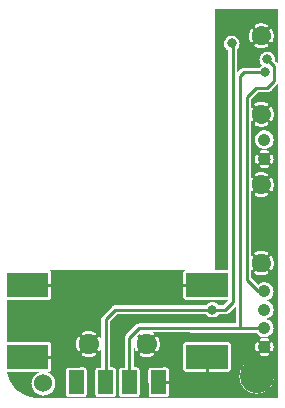
<source format=gbr>
G04 start of page 3 for group 5 idx 5 *
G04 Title: (unknown), bottom *
G04 Creator: pcb 4.2.0 *
G04 CreationDate: Fri Mar 27 23:03:46 2020 UTC *
G04 For: blinken *
G04 Format: Gerber/RS-274X *
G04 PCB-Dimensions (mm): 65.00 56.00 *
G04 PCB-Coordinate-Origin: lower left *
%MOMM*%
%FSLAX43Y43*%
%LNBOTTOM*%
%ADD38C,1.300*%
%ADD37C,1.500*%
%ADD36C,0.965*%
%ADD35C,0.400*%
%ADD34C,0.654*%
%ADD33C,2.500*%
%ADD32C,1.524*%
%ADD31C,0.800*%
%ADD30C,1.054*%
%ADD29C,2.900*%
%ADD28C,1.600*%
%ADD27C,1.700*%
%ADD26C,0.254*%
%ADD25C,0.002*%
G54D25*G36*
X23128Y28033D02*X23134Y28040D01*
X23198Y28144D01*
X23245Y28258D01*
X23274Y28377D01*
X23281Y28500D01*
X23274Y28623D01*
X23245Y28742D01*
X23198Y28856D01*
X23134Y28960D01*
X23128Y28967D01*
Y29583D01*
X23134Y29590D01*
X23198Y29694D01*
X23245Y29808D01*
X23274Y29927D01*
X23281Y30050D01*
X23274Y30173D01*
X23245Y30292D01*
X23198Y30406D01*
X23134Y30510D01*
X23128Y30517D01*
Y31133D01*
X23134Y31140D01*
X23182Y31218D01*
X23198Y31244D01*
X23245Y31358D01*
X23274Y31477D01*
X23281Y31600D01*
X23274Y31723D01*
X23245Y31842D01*
X23198Y31956D01*
X23134Y32060D01*
X23128Y32067D01*
Y33440D01*
X23129Y33440D01*
X23145Y33453D01*
X23158Y33467D01*
X23169Y33484D01*
X23214Y33571D01*
X23250Y33663D01*
X23277Y33757D01*
X23295Y33853D01*
X23304Y33951D01*
Y34049D01*
X23295Y34147D01*
X23277Y34243D01*
X23250Y34337D01*
X23214Y34429D01*
X23170Y34516D01*
X23159Y34533D01*
X23145Y34548D01*
X23130Y34560D01*
X23128Y34561D01*
Y40090D01*
X23129Y40090D01*
X23145Y40103D01*
X23158Y40117D01*
X23169Y40134D01*
X23214Y40221D01*
X23250Y40313D01*
X23277Y40407D01*
X23295Y40503D01*
X23304Y40601D01*
Y40699D01*
X23295Y40797D01*
X23277Y40893D01*
X23250Y40987D01*
X23214Y41079D01*
X23170Y41166D01*
X23159Y41183D01*
X23145Y41198D01*
X23130Y41210D01*
X23128Y41211D01*
Y42422D01*
X23132Y42423D01*
X23151Y42429D01*
X23169Y42438D01*
X23185Y42450D01*
X23200Y42464D01*
X23211Y42480D01*
X23220Y42498D01*
X23245Y42562D01*
X23263Y42629D01*
X23275Y42697D01*
X23281Y42766D01*
Y42834D01*
X23275Y42903D01*
X23263Y42971D01*
X23245Y43038D01*
X23221Y43102D01*
X23212Y43120D01*
X23200Y43136D01*
X23186Y43151D01*
X23169Y43162D01*
X23152Y43171D01*
X23132Y43177D01*
X23128Y43178D01*
Y43983D01*
X23134Y43990D01*
X23198Y44094D01*
X23245Y44208D01*
X23274Y44327D01*
X23281Y44450D01*
X23274Y44573D01*
X23245Y44692D01*
X23198Y44806D01*
X23134Y44910D01*
X23128Y44917D01*
Y46040D01*
X23129Y46040D01*
X23145Y46053D01*
X23158Y46067D01*
X23169Y46084D01*
X23214Y46171D01*
X23250Y46263D01*
X23277Y46357D01*
X23295Y46453D01*
X23304Y46551D01*
Y46649D01*
X23295Y46747D01*
X23277Y46843D01*
X23250Y46937D01*
X23214Y47029D01*
X23170Y47116D01*
X23159Y47133D01*
X23145Y47148D01*
X23130Y47160D01*
X23128Y47161D01*
Y48689D01*
X23609Y49170D01*
X23620Y49180D01*
X23659Y49225D01*
X23659Y49225D01*
X23691Y49276D01*
X23700Y49299D01*
Y22550D01*
X23128D01*
Y23710D01*
X23146Y23740D01*
X23234Y23950D01*
X23287Y24172D01*
X23300Y24400D01*
X23287Y24628D01*
X23234Y24850D01*
X23146Y25060D01*
X23128Y25090D01*
Y26522D01*
X23132Y26523D01*
X23151Y26529D01*
X23169Y26538D01*
X23185Y26550D01*
X23200Y26564D01*
X23211Y26580D01*
X23220Y26598D01*
X23245Y26662D01*
X23263Y26729D01*
X23275Y26797D01*
X23281Y26866D01*
Y26934D01*
X23275Y27003D01*
X23263Y27071D01*
X23245Y27138D01*
X23221Y27202D01*
X23212Y27220D01*
X23200Y27236D01*
X23186Y27251D01*
X23169Y27262D01*
X23152Y27271D01*
X23132Y27277D01*
X23128Y27278D01*
Y28033D01*
G37*
G36*
Y22550D02*X22250D01*
Y23005D01*
X22300Y23016D01*
X22510Y23104D01*
X22705Y23223D01*
X22879Y23371D01*
X23027Y23545D01*
X23128Y23710D01*
Y22550D01*
G37*
G36*
Y44917D02*X23054Y45004D01*
X22968Y45078D01*
X22960Y45084D01*
X22856Y45148D01*
X22742Y45195D01*
X22623Y45224D01*
X22500Y45233D01*
X22377Y45224D01*
X22258Y45195D01*
X22250Y45192D01*
Y45546D01*
X22299D01*
X22397Y45555D01*
X22493Y45573D01*
X22587Y45600D01*
X22679Y45636D01*
X22766Y45680D01*
X22783Y45691D01*
X22798Y45705D01*
X22810Y45720D01*
X22820Y45738D01*
X22827Y45757D01*
X22831Y45777D01*
X22832Y45797D01*
X22829Y45817D01*
X22824Y45836D01*
X22816Y45854D01*
X22804Y45871D01*
X22791Y45886D01*
X22775Y45898D01*
X22757Y45908D01*
X22738Y45915D01*
X22719Y45919D01*
X22699Y45920D01*
X22679Y45917D01*
X22659Y45912D01*
X22641Y45903D01*
X22575Y45869D01*
X22506Y45842D01*
X22434Y45822D01*
X22361Y45808D01*
X22287Y45801D01*
X22250D01*
Y47399D01*
X22287D01*
X22361Y47392D01*
X22434Y47378D01*
X22506Y47358D01*
X22575Y47331D01*
X22642Y47298D01*
X22659Y47289D01*
X22679Y47283D01*
X22699Y47281D01*
X22719Y47282D01*
X22738Y47286D01*
X22757Y47293D01*
X22774Y47302D01*
X22790Y47315D01*
X22804Y47329D01*
X22815Y47346D01*
X22823Y47364D01*
X22829Y47383D01*
X22831Y47403D01*
X22830Y47423D01*
X22826Y47443D01*
X22819Y47462D01*
X22810Y47479D01*
X22797Y47495D01*
X22783Y47508D01*
X22766Y47519D01*
X22679Y47564D01*
X22587Y47600D01*
X22493Y47627D01*
X22397Y47645D01*
X22299Y47654D01*
X22250D01*
Y48469D01*
X22735D01*
X22750Y48468D01*
X22810Y48473D01*
X22810Y48473D01*
X22868Y48487D01*
X22924Y48509D01*
X22975Y48541D01*
X23020Y48580D01*
X23030Y48591D01*
X23128Y48689D01*
Y47161D01*
X23112Y47170D01*
X23093Y47177D01*
X23073Y47181D01*
X23053Y47182D01*
X23033Y47179D01*
X23014Y47174D01*
X22996Y47166D01*
X22979Y47154D01*
X22964Y47141D01*
X22952Y47125D01*
X22942Y47107D01*
X22935Y47088D01*
X22931Y47069D01*
X22930Y47049D01*
X22933Y47029D01*
X22938Y47009D01*
X22947Y46991D01*
X22981Y46925D01*
X23008Y46856D01*
X23028Y46784D01*
X23042Y46711D01*
X23049Y46637D01*
Y46563D01*
X23042Y46489D01*
X23028Y46416D01*
X23008Y46344D01*
X22981Y46275D01*
X22948Y46208D01*
X22939Y46191D01*
X22933Y46171D01*
X22931Y46151D01*
X22932Y46131D01*
X22936Y46112D01*
X22943Y46093D01*
X22952Y46076D01*
X22965Y46060D01*
X22979Y46046D01*
X22996Y46035D01*
X23014Y46027D01*
X23033Y46021D01*
X23053Y46019D01*
X23073Y46020D01*
X23093Y46024D01*
X23112Y46031D01*
X23128Y46040D01*
Y44917D01*
G37*
G36*
Y32067D02*X23128Y32068D01*
X23054Y32154D01*
X22968Y32228D01*
X22960Y32234D01*
X22856Y32298D01*
X22742Y32345D01*
X22623Y32374D01*
X22500Y32383D01*
X22377Y32374D01*
X22258Y32345D01*
X22250Y32342D01*
Y32946D01*
X22299D01*
X22397Y32955D01*
X22493Y32973D01*
X22587Y33000D01*
X22679Y33036D01*
X22766Y33080D01*
X22783Y33091D01*
X22798Y33105D01*
X22810Y33120D01*
X22820Y33138D01*
X22827Y33157D01*
X22831Y33177D01*
X22832Y33197D01*
X22829Y33217D01*
X22824Y33236D01*
X22816Y33254D01*
X22804Y33271D01*
X22791Y33286D01*
X22775Y33298D01*
X22757Y33308D01*
X22738Y33315D01*
X22719Y33319D01*
X22699Y33320D01*
X22679Y33317D01*
X22659Y33312D01*
X22641Y33303D01*
X22575Y33269D01*
X22506Y33242D01*
X22434Y33222D01*
X22361Y33208D01*
X22287Y33201D01*
X22250D01*
Y34799D01*
X22287D01*
X22361Y34792D01*
X22434Y34778D01*
X22506Y34758D01*
X22575Y34731D01*
X22642Y34698D01*
X22659Y34689D01*
X22679Y34683D01*
X22699Y34681D01*
X22719Y34682D01*
X22738Y34686D01*
X22757Y34693D01*
X22774Y34702D01*
X22790Y34715D01*
X22804Y34729D01*
X22815Y34746D01*
X22823Y34764D01*
X22829Y34783D01*
X22831Y34803D01*
X22830Y34823D01*
X22826Y34843D01*
X22819Y34862D01*
X22810Y34879D01*
X22797Y34895D01*
X22783Y34908D01*
X22766Y34919D01*
X22679Y34964D01*
X22587Y35000D01*
X22493Y35027D01*
X22397Y35045D01*
X22299Y35054D01*
X22250D01*
Y39596D01*
X22299D01*
X22397Y39605D01*
X22493Y39623D01*
X22587Y39650D01*
X22679Y39686D01*
X22766Y39730D01*
X22783Y39741D01*
X22798Y39755D01*
X22810Y39770D01*
X22820Y39788D01*
X22827Y39807D01*
X22831Y39827D01*
X22832Y39847D01*
X22829Y39867D01*
X22824Y39886D01*
X22816Y39904D01*
X22804Y39921D01*
X22791Y39936D01*
X22775Y39948D01*
X22757Y39958D01*
X22738Y39965D01*
X22719Y39969D01*
X22699Y39970D01*
X22679Y39967D01*
X22659Y39962D01*
X22641Y39953D01*
X22575Y39919D01*
X22506Y39892D01*
X22434Y39872D01*
X22361Y39858D01*
X22287Y39851D01*
X22250D01*
Y41449D01*
X22287D01*
X22361Y41442D01*
X22434Y41428D01*
X22506Y41408D01*
X22575Y41381D01*
X22642Y41348D01*
X22659Y41339D01*
X22679Y41333D01*
X22699Y41331D01*
X22719Y41332D01*
X22738Y41336D01*
X22757Y41343D01*
X22774Y41352D01*
X22790Y41365D01*
X22804Y41379D01*
X22815Y41396D01*
X22823Y41414D01*
X22829Y41433D01*
X22831Y41453D01*
X22830Y41473D01*
X22826Y41493D01*
X22819Y41512D01*
X22810Y41529D01*
X22797Y41545D01*
X22783Y41558D01*
X22766Y41569D01*
X22679Y41614D01*
X22587Y41650D01*
X22493Y41677D01*
X22397Y41695D01*
X22299Y41704D01*
X22250D01*
Y42060D01*
X22262Y42055D01*
X22329Y42037D01*
X22397Y42025D01*
X22466Y42019D01*
X22534D01*
X22603Y42025D01*
X22671Y42037D01*
X22738Y42055D01*
X22802Y42079D01*
X22820Y42088D01*
X22836Y42100D01*
X22850Y42114D01*
X22862Y42131D01*
X22871Y42148D01*
X22877Y42168D01*
X22880Y42187D01*
X22880Y42207D01*
X22877Y42227D01*
X22871Y42246D01*
X22862Y42264D01*
X22850Y42280D01*
X22836Y42294D01*
X22819Y42306D01*
X22801Y42315D01*
X22782Y42321D01*
X22762Y42324D01*
X22742Y42324D01*
X22722Y42321D01*
X22704Y42314D01*
X22660Y42298D01*
X22615Y42286D01*
X22570Y42278D01*
X22523Y42274D01*
X22477D01*
X22430Y42278D01*
X22385Y42286D01*
X22340Y42298D01*
X22296Y42314D01*
X22277Y42321D01*
X22258Y42324D01*
X22250Y42324D01*
Y43276D01*
X22258Y43276D01*
X22278Y43279D01*
X22296Y43286D01*
X22340Y43302D01*
X22385Y43314D01*
X22430Y43322D01*
X22477Y43326D01*
X22523D01*
X22570Y43322D01*
X22615Y43314D01*
X22660Y43302D01*
X22704Y43286D01*
X22723Y43279D01*
X22742Y43276D01*
X22762Y43276D01*
X22782Y43279D01*
X22801Y43285D01*
X22819Y43294D01*
X22835Y43306D01*
X22849Y43320D01*
X22861Y43336D01*
X22870Y43354D01*
X22877Y43373D01*
X22880Y43393D01*
X22880Y43413D01*
X22877Y43432D01*
X22871Y43451D01*
X22862Y43469D01*
X22850Y43485D01*
X22836Y43500D01*
X22820Y43511D01*
X22802Y43520D01*
X22738Y43545D01*
X22671Y43563D01*
X22603Y43575D01*
X22534Y43581D01*
X22466D01*
X22397Y43575D01*
X22329Y43563D01*
X22262Y43545D01*
X22250Y43540D01*
Y43708D01*
X22258Y43705D01*
X22377Y43676D01*
X22500Y43667D01*
X22623Y43676D01*
X22742Y43705D01*
X22856Y43752D01*
X22960Y43816D01*
X22968Y43822D01*
X23054Y43896D01*
X23128Y43983D01*
Y43178D01*
X23113Y43180D01*
X23093Y43180D01*
X23073Y43177D01*
X23054Y43171D01*
X23036Y43162D01*
X23020Y43150D01*
X23006Y43136D01*
X22994Y43119D01*
X22985Y43101D01*
X22979Y43082D01*
X22976Y43062D01*
X22976Y43042D01*
X22979Y43022D01*
X22986Y43004D01*
X23002Y42960D01*
X23014Y42915D01*
X23022Y42870D01*
X23026Y42823D01*
Y42777D01*
X23022Y42730D01*
X23014Y42685D01*
X23002Y42640D01*
X22986Y42596D01*
X22979Y42577D01*
X22976Y42558D01*
X22976Y42538D01*
X22979Y42518D01*
X22985Y42499D01*
X22994Y42481D01*
X23006Y42465D01*
X23020Y42451D01*
X23036Y42439D01*
X23054Y42430D01*
X23073Y42423D01*
X23093Y42420D01*
X23113Y42420D01*
X23128Y42422D01*
Y41211D01*
X23112Y41220D01*
X23093Y41227D01*
X23073Y41231D01*
X23053Y41232D01*
X23033Y41229D01*
X23014Y41224D01*
X22996Y41216D01*
X22979Y41204D01*
X22964Y41191D01*
X22952Y41175D01*
X22942Y41157D01*
X22935Y41138D01*
X22931Y41119D01*
X22930Y41099D01*
X22933Y41079D01*
X22938Y41059D01*
X22947Y41041D01*
X22981Y40975D01*
X23008Y40906D01*
X23028Y40834D01*
X23042Y40761D01*
X23049Y40687D01*
Y40613D01*
X23042Y40539D01*
X23028Y40466D01*
X23008Y40394D01*
X22981Y40325D01*
X22948Y40258D01*
X22939Y40241D01*
X22933Y40221D01*
X22931Y40201D01*
X22932Y40181D01*
X22936Y40162D01*
X22943Y40143D01*
X22952Y40126D01*
X22965Y40110D01*
X22979Y40096D01*
X22996Y40085D01*
X23014Y40077D01*
X23033Y40071D01*
X23053Y40069D01*
X23073Y40070D01*
X23093Y40074D01*
X23112Y40081D01*
X23128Y40090D01*
Y34561D01*
X23112Y34570D01*
X23093Y34577D01*
X23073Y34581D01*
X23053Y34582D01*
X23033Y34579D01*
X23014Y34574D01*
X22996Y34566D01*
X22979Y34554D01*
X22964Y34541D01*
X22952Y34525D01*
X22942Y34507D01*
X22935Y34488D01*
X22931Y34469D01*
X22930Y34449D01*
X22933Y34429D01*
X22938Y34409D01*
X22947Y34391D01*
X22981Y34325D01*
X23008Y34256D01*
X23028Y34184D01*
X23042Y34111D01*
X23049Y34037D01*
Y33963D01*
X23042Y33889D01*
X23028Y33816D01*
X23008Y33744D01*
X22981Y33675D01*
X22948Y33608D01*
X22939Y33591D01*
X22933Y33571D01*
X22931Y33551D01*
X22932Y33531D01*
X22936Y33512D01*
X22943Y33493D01*
X22952Y33476D01*
X22965Y33460D01*
X22979Y33446D01*
X22996Y33435D01*
X23014Y33427D01*
X23033Y33421D01*
X23053Y33419D01*
X23073Y33420D01*
X23093Y33424D01*
X23112Y33431D01*
X23128Y33440D01*
Y32067D01*
G37*
G36*
Y30517D02*X23054Y30604D01*
X22960Y30684D01*
X22856Y30748D01*
X22742Y30795D01*
X22623Y30824D01*
X22607Y30825D01*
X22623Y30826D01*
X22742Y30855D01*
X22856Y30902D01*
X22960Y30966D01*
X23054Y31046D01*
X23128Y31133D01*
Y30517D01*
G37*
G36*
Y28967D02*X23054Y29054D01*
X22960Y29134D01*
X22856Y29198D01*
X22742Y29245D01*
X22623Y29274D01*
X22607Y29275D01*
X22623Y29276D01*
X22742Y29305D01*
X22856Y29352D01*
X22960Y29416D01*
X23054Y29496D01*
X23128Y29583D01*
Y28967D01*
G37*
G36*
X22250Y27758D02*X22258Y27755D01*
X22377Y27726D01*
X22500Y27717D01*
X22623Y27726D01*
X22742Y27755D01*
X22856Y27802D01*
X22960Y27866D01*
X23054Y27946D01*
X23128Y28033D01*
Y27278D01*
X23113Y27280D01*
X23093Y27280D01*
X23073Y27277D01*
X23054Y27271D01*
X23036Y27262D01*
X23020Y27250D01*
X23006Y27236D01*
X22994Y27219D01*
X22985Y27201D01*
X22979Y27182D01*
X22976Y27162D01*
X22976Y27142D01*
X22979Y27122D01*
X22986Y27104D01*
X23002Y27060D01*
X23014Y27015D01*
X23022Y26970D01*
X23026Y26923D01*
Y26877D01*
X23022Y26830D01*
X23014Y26785D01*
X23002Y26740D01*
X22986Y26696D01*
X22979Y26677D01*
X22976Y26658D01*
X22976Y26638D01*
X22979Y26618D01*
X22985Y26599D01*
X22994Y26581D01*
X23006Y26565D01*
X23020Y26551D01*
X23036Y26539D01*
X23054Y26530D01*
X23073Y26523D01*
X23093Y26520D01*
X23113Y26520D01*
X23128Y26522D01*
Y25090D01*
X23027Y25255D01*
X22879Y25429D01*
X22705Y25577D01*
X22510Y25696D01*
X22300Y25784D01*
X22250Y25795D01*
Y26160D01*
X22262Y26155D01*
X22329Y26137D01*
X22397Y26125D01*
X22466Y26119D01*
X22534D01*
X22603Y26125D01*
X22671Y26137D01*
X22738Y26155D01*
X22802Y26179D01*
X22820Y26188D01*
X22836Y26200D01*
X22850Y26214D01*
X22862Y26231D01*
X22871Y26248D01*
X22877Y26268D01*
X22880Y26287D01*
X22880Y26307D01*
X22877Y26327D01*
X22871Y26346D01*
X22862Y26364D01*
X22850Y26380D01*
X22836Y26394D01*
X22819Y26406D01*
X22801Y26415D01*
X22782Y26421D01*
X22762Y26424D01*
X22742Y26424D01*
X22722Y26421D01*
X22704Y26414D01*
X22660Y26398D01*
X22615Y26386D01*
X22570Y26378D01*
X22523Y26374D01*
X22477D01*
X22430Y26378D01*
X22385Y26386D01*
X22340Y26398D01*
X22296Y26414D01*
X22277Y26421D01*
X22258Y26424D01*
X22250Y26424D01*
Y27376D01*
X22258Y27376D01*
X22278Y27379D01*
X22296Y27386D01*
X22340Y27402D01*
X22385Y27414D01*
X22430Y27422D01*
X22477Y27426D01*
X22523D01*
X22570Y27422D01*
X22615Y27414D01*
X22660Y27402D01*
X22704Y27386D01*
X22723Y27379D01*
X22742Y27376D01*
X22762Y27376D01*
X22782Y27379D01*
X22801Y27385D01*
X22819Y27394D01*
X22835Y27406D01*
X22849Y27420D01*
X22861Y27436D01*
X22870Y27454D01*
X22877Y27473D01*
X22880Y27493D01*
X22880Y27513D01*
X22877Y27532D01*
X22871Y27551D01*
X22862Y27569D01*
X22850Y27585D01*
X22836Y27600D01*
X22820Y27611D01*
X22802Y27620D01*
X22738Y27645D01*
X22671Y27663D01*
X22603Y27675D01*
X22534Y27681D01*
X22466D01*
X22397Y27675D01*
X22329Y27663D01*
X22262Y27645D01*
X22250Y27640D01*
Y27758D01*
G37*
G36*
Y50828D02*X22286Y50786D01*
X22332Y50747D01*
X22302Y50735D01*
X22250Y50703D01*
Y50828D01*
G37*
G36*
X23283Y51632D02*X23281Y51636D01*
X23214Y51714D01*
X23136Y51781D01*
X23117Y51792D01*
Y52684D01*
X23129Y52690D01*
X23145Y52703D01*
X23158Y52717D01*
X23169Y52734D01*
X23214Y52821D01*
X23250Y52913D01*
X23277Y53007D01*
X23295Y53103D01*
X23304Y53201D01*
Y53299D01*
X23295Y53397D01*
X23277Y53493D01*
X23250Y53587D01*
X23214Y53679D01*
X23170Y53766D01*
X23159Y53783D01*
X23145Y53798D01*
X23130Y53810D01*
X23117Y53817D01*
Y55500D01*
X23700D01*
Y50851D01*
X23691Y50874D01*
X23659Y50925D01*
X23620Y50970D01*
X23575Y51009D01*
X23524Y51041D01*
X23480Y51058D01*
X23397Y51142D01*
X23398Y51147D01*
X23404Y51250D01*
X23398Y51353D01*
X23374Y51453D01*
X23335Y51548D01*
X23283Y51632D01*
G37*
G36*
X23117Y51792D02*X23048Y51835D01*
X22953Y51874D01*
X22853Y51898D01*
X22750Y51906D01*
X22647Y51898D01*
X22547Y51874D01*
X22452Y51835D01*
X22364Y51781D01*
X22286Y51714D01*
X22250Y51672D01*
Y52196D01*
X22299D01*
X22397Y52205D01*
X22493Y52223D01*
X22587Y52250D01*
X22679Y52286D01*
X22766Y52330D01*
X22783Y52341D01*
X22798Y52355D01*
X22810Y52370D01*
X22820Y52388D01*
X22827Y52407D01*
X22831Y52427D01*
X22832Y52447D01*
X22829Y52467D01*
X22824Y52486D01*
X22816Y52504D01*
X22804Y52521D01*
X22791Y52536D01*
X22775Y52548D01*
X22757Y52558D01*
X22738Y52565D01*
X22719Y52569D01*
X22699Y52570D01*
X22679Y52567D01*
X22659Y52562D01*
X22641Y52553D01*
X22575Y52519D01*
X22506Y52492D01*
X22434Y52472D01*
X22361Y52458D01*
X22287Y52451D01*
X22250D01*
Y54049D01*
X22287D01*
X22361Y54042D01*
X22434Y54028D01*
X22506Y54008D01*
X22575Y53981D01*
X22642Y53948D01*
X22659Y53939D01*
X22679Y53933D01*
X22699Y53931D01*
X22719Y53932D01*
X22738Y53936D01*
X22757Y53943D01*
X22774Y53952D01*
X22790Y53965D01*
X22804Y53979D01*
X22815Y53996D01*
X22823Y54014D01*
X22829Y54033D01*
X22831Y54053D01*
X22830Y54073D01*
X22826Y54093D01*
X22819Y54112D01*
X22810Y54129D01*
X22797Y54145D01*
X22783Y54158D01*
X22766Y54169D01*
X22679Y54214D01*
X22587Y54250D01*
X22493Y54277D01*
X22397Y54295D01*
X22299Y54304D01*
X22250D01*
Y55500D01*
X23117D01*
Y53817D01*
X23112Y53820D01*
X23093Y53827D01*
X23073Y53831D01*
X23053Y53832D01*
X23033Y53829D01*
X23014Y53824D01*
X22996Y53816D01*
X22979Y53804D01*
X22964Y53791D01*
X22952Y53775D01*
X22942Y53757D01*
X22935Y53738D01*
X22931Y53719D01*
X22930Y53699D01*
X22933Y53679D01*
X22938Y53659D01*
X22947Y53641D01*
X22981Y53575D01*
X23008Y53506D01*
X23028Y53434D01*
X23042Y53361D01*
X23049Y53287D01*
Y53213D01*
X23042Y53139D01*
X23028Y53066D01*
X23008Y52994D01*
X22981Y52925D01*
X22948Y52858D01*
X22939Y52841D01*
X22933Y52821D01*
X22931Y52801D01*
X22932Y52781D01*
X22936Y52762D01*
X22943Y52743D01*
X22952Y52726D01*
X22965Y52710D01*
X22979Y52696D01*
X22996Y52685D01*
X23014Y52677D01*
X23033Y52671D01*
X23053Y52669D01*
X23073Y52670D01*
X23093Y52674D01*
X23112Y52681D01*
X23117Y52684D01*
Y51792D01*
G37*
G36*
X21872Y34704D02*X21925Y34731D01*
X21994Y34758D01*
X22066Y34778D01*
X22139Y34792D01*
X22213Y34799D01*
X22250D01*
Y33201D01*
X22213D01*
X22139Y33208D01*
X22066Y33222D01*
X21994Y33242D01*
X21925Y33269D01*
X21872Y33296D01*
Y34704D01*
G37*
G36*
Y39666D02*X21913Y39650D01*
X22007Y39623D01*
X22103Y39605D01*
X22201Y39596D01*
X22250D01*
Y35054D01*
X22201D01*
X22103Y35045D01*
X22007Y35027D01*
X21913Y35000D01*
X21872Y34984D01*
Y39666D01*
G37*
G36*
Y41354D02*X21925Y41381D01*
X21994Y41408D01*
X22066Y41428D01*
X22139Y41442D01*
X22213Y41449D01*
X22250D01*
Y39851D01*
X22213D01*
X22139Y39858D01*
X22066Y39872D01*
X21994Y39892D01*
X21925Y39919D01*
X21872Y39946D01*
Y41354D01*
G37*
G36*
Y43983D02*X21946Y43896D01*
X22040Y43816D01*
X22144Y43752D01*
X22250Y43708D01*
Y43540D01*
X22198Y43521D01*
X22180Y43512D01*
X22164Y43500D01*
X22149Y43486D01*
X22138Y43469D01*
X22129Y43452D01*
X22123Y43432D01*
X22120Y43413D01*
X22120Y43393D01*
X22123Y43373D01*
X22129Y43354D01*
X22138Y43336D01*
X22150Y43320D01*
X22164Y43306D01*
X22181Y43294D01*
X22199Y43285D01*
X22218Y43279D01*
X22238Y43276D01*
X22250Y43276D01*
Y42324D01*
X22238Y42324D01*
X22218Y42321D01*
X22199Y42315D01*
X22181Y42306D01*
X22165Y42294D01*
X22151Y42280D01*
X22139Y42264D01*
X22130Y42246D01*
X22123Y42227D01*
X22120Y42207D01*
X22120Y42187D01*
X22123Y42168D01*
X22129Y42149D01*
X22138Y42131D01*
X22150Y42115D01*
X22164Y42100D01*
X22180Y42089D01*
X22198Y42080D01*
X22250Y42060D01*
Y41704D01*
X22201D01*
X22103Y41695D01*
X22007Y41677D01*
X21913Y41650D01*
X21872Y41634D01*
Y42422D01*
X21887Y42420D01*
X21907Y42420D01*
X21927Y42423D01*
X21946Y42429D01*
X21964Y42438D01*
X21980Y42450D01*
X21994Y42464D01*
X22006Y42481D01*
X22015Y42499D01*
X22021Y42518D01*
X22024Y42538D01*
X22024Y42558D01*
X22021Y42578D01*
X22014Y42596D01*
X21998Y42640D01*
X21986Y42685D01*
X21978Y42730D01*
X21974Y42777D01*
Y42823D01*
X21978Y42870D01*
X21986Y42915D01*
X21998Y42960D01*
X22014Y43004D01*
X22021Y43023D01*
X22024Y43042D01*
X22024Y43062D01*
X22021Y43082D01*
X22015Y43101D01*
X22006Y43119D01*
X21994Y43135D01*
X21980Y43149D01*
X21964Y43161D01*
X21946Y43170D01*
X21927Y43177D01*
X21907Y43180D01*
X21887Y43180D01*
X21872Y43178D01*
Y43983D01*
G37*
G36*
Y45616D02*X21913Y45600D01*
X22007Y45573D01*
X22103Y45555D01*
X22201Y45546D01*
X22250D01*
Y45192D01*
X22144Y45148D01*
X22040Y45084D01*
X21946Y45004D01*
X21872Y44917D01*
Y45616D01*
G37*
G36*
Y47304D02*X21925Y47331D01*
X21994Y47358D01*
X22066Y47378D01*
X22139Y47392D01*
X22213Y47399D01*
X22250D01*
Y45801D01*
X22213D01*
X22139Y45808D01*
X22066Y45822D01*
X21994Y45842D01*
X21925Y45869D01*
X21872Y45896D01*
Y47304D01*
G37*
G36*
Y48383D02*X21958Y48469D01*
X22250D01*
Y47654D01*
X22201D01*
X22103Y47645D01*
X22007Y47627D01*
X21913Y47600D01*
X21872Y47584D01*
Y48383D01*
G37*
G36*
X22250Y32342D02*X22144Y32298D01*
X22118Y32282D01*
X22040Y32234D01*
X21967Y32172D01*
X21872Y32267D01*
Y33016D01*
X21913Y33000D01*
X22007Y32973D01*
X22103Y32955D01*
X22201Y32946D01*
X22250D01*
Y32342D01*
G37*
G36*
X21872Y32267D02*X21381Y32758D01*
Y33434D01*
X21388Y33430D01*
X21407Y33423D01*
X21427Y33419D01*
X21447Y33418D01*
X21467Y33421D01*
X21486Y33426D01*
X21504Y33434D01*
X21521Y33446D01*
X21536Y33459D01*
X21548Y33475D01*
X21558Y33493D01*
X21565Y33512D01*
X21569Y33531D01*
X21570Y33551D01*
X21567Y33571D01*
X21562Y33591D01*
X21553Y33609D01*
X21519Y33675D01*
X21492Y33744D01*
X21472Y33816D01*
X21458Y33889D01*
X21451Y33963D01*
Y34037D01*
X21458Y34111D01*
X21472Y34184D01*
X21492Y34256D01*
X21519Y34325D01*
X21552Y34392D01*
X21561Y34409D01*
X21567Y34429D01*
X21569Y34449D01*
X21568Y34469D01*
X21564Y34488D01*
X21557Y34507D01*
X21548Y34524D01*
X21535Y34540D01*
X21521Y34554D01*
X21504Y34565D01*
X21486Y34573D01*
X21467Y34579D01*
X21447Y34581D01*
X21427Y34580D01*
X21407Y34576D01*
X21388Y34569D01*
X21381Y34565D01*
Y40084D01*
X21388Y40080D01*
X21407Y40073D01*
X21427Y40069D01*
X21447Y40068D01*
X21467Y40071D01*
X21486Y40076D01*
X21504Y40084D01*
X21521Y40096D01*
X21536Y40109D01*
X21548Y40125D01*
X21558Y40143D01*
X21565Y40162D01*
X21569Y40181D01*
X21570Y40201D01*
X21567Y40221D01*
X21562Y40241D01*
X21553Y40259D01*
X21519Y40325D01*
X21492Y40394D01*
X21472Y40466D01*
X21458Y40539D01*
X21451Y40613D01*
Y40687D01*
X21458Y40761D01*
X21472Y40834D01*
X21492Y40906D01*
X21519Y40975D01*
X21552Y41042D01*
X21561Y41059D01*
X21567Y41079D01*
X21569Y41099D01*
X21568Y41119D01*
X21564Y41138D01*
X21557Y41157D01*
X21548Y41174D01*
X21535Y41190D01*
X21521Y41204D01*
X21504Y41215D01*
X21486Y41223D01*
X21467Y41229D01*
X21447Y41231D01*
X21427Y41230D01*
X21407Y41226D01*
X21388Y41219D01*
X21381Y41215D01*
Y46034D01*
X21388Y46030D01*
X21407Y46023D01*
X21427Y46019D01*
X21447Y46018D01*
X21467Y46021D01*
X21486Y46026D01*
X21504Y46034D01*
X21521Y46046D01*
X21536Y46059D01*
X21548Y46075D01*
X21558Y46093D01*
X21565Y46112D01*
X21569Y46131D01*
X21570Y46151D01*
X21567Y46171D01*
X21562Y46191D01*
X21553Y46209D01*
X21519Y46275D01*
X21492Y46344D01*
X21472Y46416D01*
X21458Y46489D01*
X21451Y46563D01*
Y46637D01*
X21458Y46711D01*
X21472Y46784D01*
X21492Y46856D01*
X21519Y46925D01*
X21552Y46992D01*
X21561Y47009D01*
X21567Y47029D01*
X21569Y47049D01*
X21568Y47069D01*
X21564Y47088D01*
X21557Y47107D01*
X21548Y47124D01*
X21535Y47140D01*
X21521Y47154D01*
X21504Y47165D01*
X21486Y47173D01*
X21467Y47179D01*
X21447Y47181D01*
X21427Y47180D01*
X21407Y47176D01*
X21388Y47169D01*
X21381Y47165D01*
Y47892D01*
X21872Y48383D01*
Y47584D01*
X21821Y47564D01*
X21734Y47520D01*
X21717Y47509D01*
X21702Y47495D01*
X21690Y47480D01*
X21680Y47462D01*
X21673Y47443D01*
X21669Y47423D01*
X21668Y47403D01*
X21671Y47383D01*
X21676Y47364D01*
X21684Y47346D01*
X21696Y47329D01*
X21709Y47314D01*
X21725Y47302D01*
X21743Y47292D01*
X21762Y47285D01*
X21781Y47281D01*
X21801Y47280D01*
X21821Y47283D01*
X21841Y47288D01*
X21859Y47297D01*
X21872Y47304D01*
Y45896D01*
X21858Y45902D01*
X21841Y45911D01*
X21821Y45917D01*
X21801Y45919D01*
X21781Y45918D01*
X21762Y45914D01*
X21743Y45907D01*
X21726Y45898D01*
X21710Y45885D01*
X21696Y45871D01*
X21685Y45854D01*
X21677Y45836D01*
X21671Y45817D01*
X21669Y45797D01*
X21670Y45777D01*
X21674Y45757D01*
X21681Y45738D01*
X21690Y45721D01*
X21703Y45705D01*
X21717Y45692D01*
X21734Y45681D01*
X21821Y45636D01*
X21872Y45616D01*
Y44917D01*
X21866Y44910D01*
X21802Y44806D01*
X21755Y44692D01*
X21726Y44573D01*
X21717Y44450D01*
X21726Y44327D01*
X21755Y44208D01*
X21802Y44094D01*
X21866Y43990D01*
X21872Y43983D01*
Y43178D01*
X21868Y43177D01*
X21849Y43171D01*
X21831Y43162D01*
X21815Y43150D01*
X21800Y43136D01*
X21789Y43120D01*
X21780Y43102D01*
X21755Y43038D01*
X21737Y42971D01*
X21725Y42903D01*
X21719Y42834D01*
Y42766D01*
X21725Y42697D01*
X21737Y42629D01*
X21755Y42562D01*
X21779Y42498D01*
X21788Y42480D01*
X21800Y42464D01*
X21814Y42450D01*
X21831Y42438D01*
X21848Y42429D01*
X21868Y42423D01*
X21872Y42422D01*
Y41634D01*
X21821Y41614D01*
X21734Y41570D01*
X21717Y41559D01*
X21702Y41545D01*
X21690Y41530D01*
X21680Y41512D01*
X21673Y41493D01*
X21669Y41473D01*
X21668Y41453D01*
X21671Y41433D01*
X21676Y41414D01*
X21684Y41396D01*
X21696Y41379D01*
X21709Y41364D01*
X21725Y41352D01*
X21743Y41342D01*
X21762Y41335D01*
X21781Y41331D01*
X21801Y41330D01*
X21821Y41333D01*
X21841Y41338D01*
X21859Y41347D01*
X21872Y41354D01*
Y39946D01*
X21858Y39952D01*
X21841Y39961D01*
X21821Y39967D01*
X21801Y39969D01*
X21781Y39968D01*
X21762Y39964D01*
X21743Y39957D01*
X21726Y39948D01*
X21710Y39935D01*
X21696Y39921D01*
X21685Y39904D01*
X21677Y39886D01*
X21671Y39867D01*
X21669Y39847D01*
X21670Y39827D01*
X21674Y39807D01*
X21681Y39788D01*
X21690Y39771D01*
X21703Y39755D01*
X21717Y39742D01*
X21734Y39731D01*
X21821Y39686D01*
X21872Y39666D01*
Y34984D01*
X21821Y34964D01*
X21734Y34920D01*
X21717Y34909D01*
X21702Y34895D01*
X21690Y34880D01*
X21680Y34862D01*
X21673Y34843D01*
X21669Y34823D01*
X21668Y34803D01*
X21671Y34783D01*
X21676Y34764D01*
X21684Y34746D01*
X21696Y34729D01*
X21709Y34714D01*
X21725Y34702D01*
X21743Y34692D01*
X21762Y34685D01*
X21781Y34681D01*
X21801Y34680D01*
X21821Y34683D01*
X21841Y34688D01*
X21859Y34697D01*
X21872Y34704D01*
Y33296D01*
X21858Y33302D01*
X21841Y33311D01*
X21821Y33317D01*
X21801Y33319D01*
X21781Y33318D01*
X21762Y33314D01*
X21743Y33307D01*
X21726Y33298D01*
X21710Y33285D01*
X21696Y33271D01*
X21685Y33254D01*
X21677Y33236D01*
X21671Y33217D01*
X21669Y33197D01*
X21670Y33177D01*
X21674Y33157D01*
X21681Y33138D01*
X21690Y33121D01*
X21703Y33105D01*
X21717Y33092D01*
X21734Y33081D01*
X21821Y33036D01*
X21872Y33016D01*
Y32267D01*
G37*
G36*
X21383Y23024D02*X21400Y23016D01*
X21622Y22963D01*
X21850Y22945D01*
X22078Y22963D01*
X22250Y23005D01*
Y22550D01*
X21383D01*
Y23024D01*
G37*
G36*
X21872Y28033D02*X21946Y27946D01*
X22040Y27866D01*
X22144Y27802D01*
X22250Y27758D01*
Y27640D01*
X22198Y27621D01*
X22180Y27612D01*
X22164Y27600D01*
X22149Y27586D01*
X22138Y27569D01*
X22129Y27552D01*
X22123Y27532D01*
X22120Y27513D01*
X22120Y27493D01*
X22123Y27473D01*
X22129Y27454D01*
X22138Y27436D01*
X22150Y27420D01*
X22164Y27406D01*
X22181Y27394D01*
X22199Y27385D01*
X22218Y27379D01*
X22238Y27376D01*
X22250Y27376D01*
Y26424D01*
X22238Y26424D01*
X22218Y26421D01*
X22199Y26415D01*
X22181Y26406D01*
X22165Y26394D01*
X22151Y26380D01*
X22139Y26364D01*
X22130Y26346D01*
X22123Y26327D01*
X22120Y26307D01*
X22120Y26287D01*
X22123Y26268D01*
X22129Y26249D01*
X22138Y26231D01*
X22150Y26215D01*
X22164Y26200D01*
X22180Y26189D01*
X22198Y26180D01*
X22250Y26160D01*
Y25795D01*
X22078Y25837D01*
X21872Y25853D01*
Y26522D01*
X21887Y26520D01*
X21907Y26520D01*
X21927Y26523D01*
X21946Y26529D01*
X21964Y26538D01*
X21980Y26550D01*
X21994Y26564D01*
X22006Y26581D01*
X22015Y26599D01*
X22021Y26618D01*
X22024Y26638D01*
X22024Y26658D01*
X22021Y26678D01*
X22014Y26696D01*
X21998Y26740D01*
X21986Y26785D01*
X21978Y26830D01*
X21974Y26877D01*
Y26923D01*
X21978Y26970D01*
X21986Y27015D01*
X21998Y27060D01*
X22014Y27104D01*
X22021Y27123D01*
X22024Y27142D01*
X22024Y27162D01*
X22021Y27182D01*
X22015Y27201D01*
X22006Y27219D01*
X21994Y27235D01*
X21980Y27249D01*
X21964Y27261D01*
X21946Y27270D01*
X21927Y27277D01*
X21907Y27280D01*
X21887Y27280D01*
X21872Y27278D01*
Y28033D01*
G37*
G36*
X21383Y28094D02*X21833D01*
X21866Y28040D01*
X21872Y28033D01*
Y27278D01*
X21868Y27277D01*
X21849Y27271D01*
X21831Y27262D01*
X21815Y27250D01*
X21800Y27236D01*
X21789Y27220D01*
X21780Y27202D01*
X21755Y27138D01*
X21737Y27071D01*
X21725Y27003D01*
X21719Y26934D01*
Y26866D01*
X21725Y26797D01*
X21737Y26729D01*
X21755Y26662D01*
X21779Y26598D01*
X21788Y26580D01*
X21800Y26564D01*
X21814Y26550D01*
X21831Y26538D01*
X21848Y26529D01*
X21868Y26523D01*
X21872Y26522D01*
Y25853D01*
X21850Y25855D01*
X21622Y25837D01*
X21400Y25784D01*
X21383Y25776D01*
Y28094D01*
G37*
G36*
X22250Y51672D02*X22219Y51636D01*
X22165Y51548D01*
X22126Y51453D01*
X22102Y51353D01*
X22094Y51250D01*
X22102Y51147D01*
X22126Y51047D01*
X22165Y50952D01*
X22219Y50864D01*
X22250Y50828D01*
Y50703D01*
X22214Y50681D01*
X22136Y50614D01*
X22069Y50536D01*
X22066Y50531D01*
X21383D01*
Y52683D01*
X21388Y52680D01*
X21407Y52673D01*
X21427Y52669D01*
X21447Y52668D01*
X21467Y52671D01*
X21486Y52676D01*
X21504Y52684D01*
X21521Y52696D01*
X21536Y52709D01*
X21548Y52725D01*
X21558Y52743D01*
X21565Y52762D01*
X21569Y52781D01*
X21570Y52801D01*
X21567Y52821D01*
X21562Y52841D01*
X21553Y52859D01*
X21519Y52925D01*
X21492Y52994D01*
X21472Y53066D01*
X21458Y53139D01*
X21451Y53213D01*
Y53287D01*
X21458Y53361D01*
X21472Y53434D01*
X21492Y53506D01*
X21519Y53575D01*
X21552Y53642D01*
X21561Y53659D01*
X21567Y53679D01*
X21569Y53699D01*
X21568Y53719D01*
X21564Y53738D01*
X21557Y53757D01*
X21548Y53774D01*
X21535Y53790D01*
X21521Y53804D01*
X21504Y53815D01*
X21486Y53823D01*
X21467Y53829D01*
X21447Y53831D01*
X21427Y53830D01*
X21407Y53826D01*
X21388Y53819D01*
X21383Y53816D01*
Y55500D01*
X22250D01*
Y54304D01*
X22201D01*
X22103Y54295D01*
X22007Y54277D01*
X21913Y54250D01*
X21821Y54214D01*
X21734Y54170D01*
X21717Y54159D01*
X21702Y54145D01*
X21690Y54130D01*
X21680Y54112D01*
X21673Y54093D01*
X21669Y54073D01*
X21668Y54053D01*
X21671Y54033D01*
X21676Y54014D01*
X21684Y53996D01*
X21696Y53979D01*
X21709Y53964D01*
X21725Y53952D01*
X21743Y53942D01*
X21762Y53935D01*
X21781Y53931D01*
X21801Y53930D01*
X21821Y53933D01*
X21841Y53938D01*
X21859Y53947D01*
X21925Y53981D01*
X21994Y54008D01*
X22066Y54028D01*
X22139Y54042D01*
X22213Y54049D01*
X22250D01*
Y52451D01*
X22213D01*
X22139Y52458D01*
X22066Y52472D01*
X21994Y52492D01*
X21925Y52519D01*
X21858Y52552D01*
X21841Y52561D01*
X21821Y52567D01*
X21801Y52569D01*
X21781Y52568D01*
X21762Y52564D01*
X21743Y52557D01*
X21726Y52548D01*
X21710Y52535D01*
X21696Y52521D01*
X21685Y52504D01*
X21677Y52486D01*
X21671Y52467D01*
X21669Y52447D01*
X21670Y52427D01*
X21674Y52407D01*
X21681Y52388D01*
X21690Y52371D01*
X21703Y52355D01*
X21717Y52342D01*
X21734Y52331D01*
X21821Y52286D01*
X21913Y52250D01*
X22007Y52223D01*
X22103Y52205D01*
X22201Y52196D01*
X22250D01*
Y51672D01*
G37*
G36*
X17650Y28094D02*X21383D01*
Y25776D01*
X21190Y25696D01*
X20995Y25577D01*
X20821Y25429D01*
X20673Y25255D01*
X20554Y25060D01*
X20466Y24850D01*
X20413Y24628D01*
X20395Y24400D01*
X20413Y24172D01*
X20466Y23950D01*
X20554Y23740D01*
X20673Y23545D01*
X20821Y23371D01*
X20995Y23223D01*
X21190Y23104D01*
X21383Y23024D01*
Y22550D01*
X17650D01*
Y24797D01*
X19440Y24798D01*
X19479Y24808D01*
X19516Y24823D01*
X19550Y24844D01*
X19580Y24870D01*
X19606Y24900D01*
X19627Y24934D01*
X19642Y24971D01*
X19652Y25010D01*
X19654Y25050D01*
X19652Y27090D01*
X19642Y27129D01*
X19627Y27166D01*
X19606Y27200D01*
X19580Y27230D01*
X19550Y27256D01*
X19516Y27277D01*
X19479Y27292D01*
X19440Y27302D01*
X19400Y27304D01*
X17650Y27303D01*
Y28094D01*
G37*
G36*
Y29574D02*X17714Y29519D01*
X17802Y29465D01*
X17897Y29426D01*
X17997Y29402D01*
X18100Y29394D01*
X18203Y29402D01*
X18303Y29426D01*
X18398Y29465D01*
X18486Y29519D01*
X18564Y29586D01*
X18631Y29664D01*
X18634Y29669D01*
X19185D01*
X19200Y29668D01*
X19260Y29673D01*
X19260Y29673D01*
X19318Y29687D01*
X19374Y29709D01*
X19425Y29741D01*
X19470Y29780D01*
X19480Y29791D01*
X20069Y30380D01*
Y28906D01*
X17650D01*
Y29574D01*
G37*
G36*
Y30897D02*X19440Y30898D01*
X19468Y30905D01*
Y30905D01*
X19469Y30905D01*
Y30858D01*
X19042Y30431D01*
X18634D01*
X18631Y30436D01*
X18564Y30514D01*
X18486Y30581D01*
X18398Y30635D01*
X18303Y30674D01*
X18203Y30698D01*
X18100Y30706D01*
X17997Y30698D01*
X17897Y30674D01*
X17802Y30635D01*
X17714Y30581D01*
X17650Y30526D01*
Y30897D01*
G37*
G36*
X21383Y50531D02*X20765D01*
X20750Y50532D01*
X20690Y50527D01*
X20632Y50513D01*
X20576Y50491D01*
X20525Y50459D01*
X20525Y50459D01*
X20480Y50420D01*
X20470Y50409D01*
X20231Y50170D01*
Y52156D01*
X20281Y52214D01*
X20335Y52302D01*
X20374Y52397D01*
X20398Y52497D01*
X20404Y52600D01*
X20398Y52703D01*
X20374Y52803D01*
X20335Y52898D01*
X20281Y52986D01*
X20214Y53064D01*
X20136Y53131D01*
X20048Y53185D01*
X19953Y53224D01*
X19853Y53248D01*
X19750Y53256D01*
X19647Y53248D01*
X19547Y53224D01*
X19452Y53185D01*
X19364Y53131D01*
X19286Y53064D01*
X19219Y52986D01*
X19165Y52898D01*
X19126Y52803D01*
X19102Y52703D01*
X19094Y52600D01*
X19102Y52497D01*
X19126Y52397D01*
X19165Y52302D01*
X19219Y52214D01*
X19286Y52136D01*
X19364Y52069D01*
X19452Y52015D01*
X19469Y52009D01*
Y33395D01*
X19468Y33395D01*
Y33395D01*
X19440Y33402D01*
X19400Y33404D01*
X17650Y33403D01*
Y33450D01*
X18300D01*
Y55500D01*
X21383D01*
Y53816D01*
X21371Y53810D01*
X21355Y53797D01*
X21342Y53783D01*
X21331Y53766D01*
X21286Y53679D01*
X21250Y53587D01*
X21223Y53493D01*
X21205Y53397D01*
X21196Y53299D01*
Y53201D01*
X21205Y53103D01*
X21223Y53007D01*
X21250Y52913D01*
X21286Y52821D01*
X21330Y52734D01*
X21341Y52717D01*
X21355Y52702D01*
X21370Y52690D01*
X21383Y52683D01*
Y50531D01*
G37*
G36*
X13575Y28119D02*X16209D01*
X16224Y28113D01*
X16286Y28098D01*
X16350Y28094D01*
X17650D01*
Y27303D01*
X15860Y27302D01*
X15821Y27292D01*
X15784Y27277D01*
X15750Y27256D01*
X15720Y27230D01*
X15694Y27200D01*
X15673Y27166D01*
X15658Y27129D01*
X15648Y27090D01*
X15646Y27050D01*
X15648Y25010D01*
X15658Y24971D01*
X15673Y24934D01*
X15694Y24900D01*
X15720Y24870D01*
X15750Y24844D01*
X15784Y24823D01*
X15821Y24808D01*
X15860Y24798D01*
X15900Y24796D01*
X17650Y24797D01*
Y22550D01*
X13575D01*
Y22647D01*
X14240Y22648D01*
X14279Y22658D01*
X14316Y22673D01*
X14350Y22694D01*
X14380Y22720D01*
X14406Y22750D01*
X14427Y22784D01*
X14442Y22821D01*
X14452Y22860D01*
X14454Y22900D01*
X14452Y24940D01*
X14442Y24979D01*
X14427Y25016D01*
X14406Y25050D01*
X14380Y25080D01*
X14350Y25106D01*
X14316Y25127D01*
X14279Y25142D01*
X14240Y25152D01*
X14200Y25154D01*
X13575Y25153D01*
Y26740D01*
X13588Y26771D01*
X13617Y26863D01*
X13638Y26957D01*
X13651Y27053D01*
X13655Y27150D01*
X13651Y27247D01*
X13638Y27343D01*
X13617Y27437D01*
X13588Y27529D01*
X13575Y27560D01*
Y28119D01*
G37*
G36*
Y29669D02*X17566D01*
X17569Y29664D01*
X17636Y29586D01*
X17650Y29574D01*
Y28906D01*
X16350D01*
X16286Y28902D01*
X16224Y28887D01*
X16209Y28881D01*
X13575D01*
Y29669D01*
G37*
G36*
X17650Y33403D02*X15860Y33402D01*
X15821Y33392D01*
X15784Y33377D01*
X15750Y33356D01*
X15720Y33330D01*
X15694Y33300D01*
X15673Y33266D01*
X15658Y33229D01*
X15648Y33190D01*
X15646Y33150D01*
X15648Y31110D01*
X15658Y31071D01*
X15673Y31034D01*
X15694Y31000D01*
X15720Y30970D01*
X15750Y30944D01*
X15784Y30923D01*
X15821Y30908D01*
X15860Y30898D01*
X15900Y30896D01*
X17650Y30897D01*
Y30526D01*
X17636Y30514D01*
X17569Y30436D01*
X17566Y30431D01*
X13575D01*
Y33450D01*
X17650D01*
Y33403D01*
G37*
G36*
X12550Y28000D02*X12624Y27997D01*
X12698Y27987D01*
X12771Y27971D01*
X12842Y27948D01*
X12910Y27920D01*
X12976Y27885D01*
X12994Y27876D01*
X13013Y27871D01*
X13033Y27868D01*
X13053Y27868D01*
X13073Y27872D01*
X13092Y27879D01*
X13109Y27888D01*
X13125Y27900D01*
X13139Y27915D01*
X13150Y27931D01*
X13159Y27949D01*
X13165Y27969D01*
X13167Y27988D01*
X13167Y28008D01*
X13163Y28028D01*
X13157Y28047D01*
X13147Y28064D01*
X13135Y28080D01*
X13120Y28094D01*
X13104Y28105D01*
X13078Y28119D01*
X13575D01*
Y27560D01*
X13551Y27619D01*
X13506Y27704D01*
X13495Y27721D01*
X13481Y27735D01*
X13465Y27748D01*
X13447Y27757D01*
X13428Y27764D01*
X13408Y27768D01*
X13388Y27768D01*
X13368Y27765D01*
X13349Y27760D01*
X13331Y27751D01*
X13314Y27740D01*
X13300Y27726D01*
X13288Y27710D01*
X13278Y27692D01*
X13271Y27673D01*
X13268Y27653D01*
X13267Y27633D01*
X13270Y27613D01*
X13276Y27594D01*
X13285Y27576D01*
X13320Y27510D01*
X13348Y27442D01*
X13371Y27371D01*
X13387Y27298D01*
X13397Y27224D01*
X13400Y27150D01*
X13397Y27076D01*
X13387Y27002D01*
X13371Y26929D01*
X13348Y26858D01*
X13320Y26790D01*
X13285Y26724D01*
X13276Y26706D01*
X13271Y26687D01*
X13268Y26667D01*
X13268Y26647D01*
X13272Y26627D01*
X13279Y26608D01*
X13288Y26591D01*
X13300Y26575D01*
X13315Y26561D01*
X13331Y26550D01*
X13349Y26541D01*
X13369Y26535D01*
X13388Y26533D01*
X13408Y26533D01*
X13428Y26537D01*
X13447Y26543D01*
X13464Y26553D01*
X13480Y26565D01*
X13494Y26580D01*
X13505Y26596D01*
X13551Y26681D01*
X13575Y26740D01*
Y25153D01*
X12910Y25152D01*
X12871Y25142D01*
X12834Y25127D01*
X12800Y25106D01*
X12770Y25080D01*
X12744Y25050D01*
X12723Y25016D01*
X12708Y24979D01*
X12698Y24940D01*
X12696Y24900D01*
X12698Y22860D01*
X12708Y22821D01*
X12723Y22784D01*
X12744Y22750D01*
X12770Y22720D01*
X12800Y22694D01*
X12834Y22673D01*
X12871Y22658D01*
X12910Y22648D01*
X12950Y22646D01*
X13575Y22647D01*
Y22550D01*
X12550D01*
Y26045D01*
X12647Y26049D01*
X12743Y26062D01*
X12837Y26083D01*
X12929Y26112D01*
X13019Y26149D01*
X13104Y26194D01*
X13121Y26205D01*
X13135Y26219D01*
X13148Y26235D01*
X13157Y26253D01*
X13164Y26272D01*
X13168Y26292D01*
X13168Y26312D01*
X13165Y26332D01*
X13160Y26351D01*
X13151Y26369D01*
X13140Y26386D01*
X13126Y26400D01*
X13110Y26412D01*
X13092Y26422D01*
X13073Y26429D01*
X13053Y26432D01*
X13033Y26433D01*
X13013Y26430D01*
X12994Y26424D01*
X12976Y26415D01*
X12910Y26380D01*
X12842Y26352D01*
X12771Y26329D01*
X12698Y26313D01*
X12624Y26303D01*
X12550Y26300D01*
Y28000D01*
G37*
G36*
Y29669D02*X13575D01*
Y28881D01*
X12550D01*
Y29669D01*
G37*
G36*
X13575Y30431D02*X12550D01*
Y33450D01*
X13575D01*
Y30431D01*
G37*
G36*
X12550D02*X9915D01*
X9900Y30432D01*
X9840Y30427D01*
X9782Y30413D01*
X9726Y30391D01*
X9675Y30359D01*
X9675Y30359D01*
X9630Y30320D01*
X9620Y30309D01*
X8816Y29505D01*
X8805Y29495D01*
X8766Y29450D01*
X8734Y29399D01*
X8712Y29343D01*
X8698Y29285D01*
X8698Y29285D01*
X8693Y29225D01*
X8694Y29210D01*
Y27510D01*
X8688Y27529D01*
X8651Y27619D01*
X8606Y27704D01*
X8595Y27721D01*
X8581Y27735D01*
X8565Y27748D01*
X8547Y27757D01*
X8528Y27764D01*
X8508Y27768D01*
X8488Y27768D01*
X8468Y27765D01*
X8449Y27760D01*
X8431Y27751D01*
X8414Y27740D01*
X8400Y27726D01*
X8388Y27710D01*
X8378Y27692D01*
X8371Y27673D01*
X8368Y27653D01*
X8367Y27633D01*
X8370Y27613D01*
X8376Y27594D01*
X8385Y27576D01*
X8420Y27510D01*
X8448Y27442D01*
X8471Y27371D01*
X8487Y27298D01*
X8497Y27224D01*
X8500Y27150D01*
X8497Y27076D01*
X8487Y27002D01*
X8471Y26929D01*
X8448Y26858D01*
X8420Y26790D01*
X8385Y26724D01*
X8376Y26706D01*
X8371Y26687D01*
X8368Y26667D01*
X8368Y26647D01*
X8372Y26627D01*
X8379Y26608D01*
X8388Y26591D01*
X8400Y26575D01*
X8415Y26561D01*
X8431Y26550D01*
X8449Y26541D01*
X8469Y26535D01*
X8488Y26533D01*
X8508Y26533D01*
X8528Y26537D01*
X8547Y26543D01*
X8564Y26553D01*
X8580Y26565D01*
X8594Y26580D01*
X8605Y26596D01*
X8651Y26681D01*
X8688Y26771D01*
X8694Y26790D01*
Y25152D01*
X8410Y25152D01*
X8371Y25142D01*
X8334Y25127D01*
X8300Y25106D01*
X8270Y25080D01*
X8244Y25050D01*
X8223Y25016D01*
X8208Y24979D01*
X8198Y24940D01*
X8196Y24900D01*
X8198Y22860D01*
X8208Y22821D01*
X8223Y22784D01*
X8244Y22750D01*
X8270Y22720D01*
X8300Y22694D01*
X8334Y22673D01*
X8371Y22658D01*
X8410Y22648D01*
X8450Y22646D01*
X9740Y22648D01*
X9779Y22658D01*
X9816Y22673D01*
X9850Y22694D01*
X9880Y22720D01*
X9906Y22750D01*
X9927Y22784D01*
X9942Y22821D01*
X9952Y22860D01*
X9954Y22900D01*
X9952Y24940D01*
X9942Y24979D01*
X9927Y25016D01*
X9906Y25050D01*
X9880Y25080D01*
X9850Y25106D01*
X9816Y25127D01*
X9779Y25142D01*
X9740Y25152D01*
X9700Y25154D01*
X9456Y25154D01*
Y29067D01*
X10058Y29669D01*
X12550D01*
Y28881D01*
X11915D01*
X11900Y28882D01*
X11840Y28877D01*
X11782Y28863D01*
X11726Y28841D01*
X11675Y28809D01*
X11675Y28809D01*
X11630Y28770D01*
X11620Y28759D01*
X10816Y27955D01*
X10805Y27945D01*
X10766Y27900D01*
X10734Y27849D01*
X10712Y27793D01*
X10698Y27735D01*
X10698Y27735D01*
X10693Y27675D01*
X10694Y27660D01*
Y25152D01*
X10410Y25152D01*
X10371Y25142D01*
X10334Y25127D01*
X10300Y25106D01*
X10270Y25080D01*
X10244Y25050D01*
X10223Y25016D01*
X10208Y24979D01*
X10198Y24940D01*
X10196Y24900D01*
X10198Y22860D01*
X10208Y22821D01*
X10223Y22784D01*
X10244Y22750D01*
X10270Y22720D01*
X10300Y22694D01*
X10334Y22673D01*
X10371Y22658D01*
X10410Y22648D01*
X10450Y22646D01*
X11740Y22648D01*
X11779Y22658D01*
X11816Y22673D01*
X11850Y22694D01*
X11880Y22720D01*
X11906Y22750D01*
X11927Y22784D01*
X11942Y22821D01*
X11952Y22860D01*
X11954Y22900D01*
X11952Y24940D01*
X11942Y24979D01*
X11927Y25016D01*
X11906Y25050D01*
X11880Y25080D01*
X11850Y25106D01*
X11816Y25127D01*
X11779Y25142D01*
X11740Y25152D01*
X11700Y25154D01*
X11456Y25154D01*
Y27002D01*
X11462Y26957D01*
X11483Y26863D01*
X11512Y26771D01*
X11549Y26681D01*
X11594Y26596D01*
X11605Y26579D01*
X11619Y26565D01*
X11635Y26552D01*
X11653Y26543D01*
X11672Y26536D01*
X11692Y26532D01*
X11712Y26532D01*
X11732Y26535D01*
X11751Y26540D01*
X11769Y26549D01*
X11786Y26560D01*
X11800Y26574D01*
X11812Y26590D01*
X11822Y26608D01*
X11829Y26627D01*
X11832Y26647D01*
X11833Y26667D01*
X11830Y26687D01*
X11824Y26706D01*
X11815Y26724D01*
X11780Y26790D01*
X11752Y26858D01*
X11729Y26929D01*
X11713Y27002D01*
X11703Y27076D01*
X11700Y27150D01*
X11703Y27224D01*
X11713Y27298D01*
X11729Y27371D01*
X11752Y27442D01*
X11780Y27510D01*
X11815Y27576D01*
X11824Y27594D01*
X11829Y27613D01*
X11832Y27633D01*
X11832Y27653D01*
X11828Y27673D01*
X11821Y27692D01*
X11812Y27709D01*
X11800Y27725D01*
X11785Y27739D01*
X11769Y27750D01*
X11751Y27759D01*
X11731Y27765D01*
X11712Y27767D01*
X11706Y27767D01*
X11932Y27993D01*
X11932Y27988D01*
X11935Y27968D01*
X11940Y27949D01*
X11949Y27931D01*
X11960Y27914D01*
X11974Y27900D01*
X11990Y27888D01*
X12008Y27878D01*
X12027Y27871D01*
X12047Y27868D01*
X12067Y27867D01*
X12087Y27870D01*
X12106Y27876D01*
X12124Y27885D01*
X12190Y27920D01*
X12258Y27948D01*
X12329Y27971D01*
X12402Y27987D01*
X12476Y27997D01*
X12550Y28000D01*
X12550Y28000D01*
Y26300D01*
X12550Y26300D01*
X12476Y26303D01*
X12402Y26313D01*
X12329Y26329D01*
X12258Y26352D01*
X12190Y26380D01*
X12124Y26415D01*
X12106Y26424D01*
X12087Y26429D01*
X12067Y26432D01*
X12047Y26432D01*
X12027Y26428D01*
X12008Y26421D01*
X11991Y26412D01*
X11975Y26400D01*
X11961Y26385D01*
X11950Y26369D01*
X11941Y26351D01*
X11935Y26331D01*
X11933Y26312D01*
X11933Y26292D01*
X11937Y26272D01*
X11943Y26253D01*
X11953Y26236D01*
X11965Y26220D01*
X11980Y26206D01*
X11996Y26195D01*
X12081Y26149D01*
X12171Y26112D01*
X12263Y26083D01*
X12357Y26062D01*
X12453Y26049D01*
X12550Y26045D01*
X12550Y26045D01*
Y22550D01*
X7650D01*
Y26045D01*
X7747Y26049D01*
X7843Y26062D01*
X7937Y26083D01*
X8029Y26112D01*
X8119Y26149D01*
X8204Y26194D01*
X8221Y26205D01*
X8235Y26219D01*
X8248Y26235D01*
X8257Y26253D01*
X8264Y26272D01*
X8268Y26292D01*
X8268Y26312D01*
X8265Y26332D01*
X8260Y26351D01*
X8251Y26369D01*
X8240Y26386D01*
X8226Y26400D01*
X8210Y26412D01*
X8192Y26422D01*
X8173Y26429D01*
X8153Y26432D01*
X8133Y26433D01*
X8113Y26430D01*
X8094Y26424D01*
X8076Y26415D01*
X8010Y26380D01*
X7942Y26352D01*
X7871Y26329D01*
X7798Y26313D01*
X7724Y26303D01*
X7650Y26300D01*
Y28000D01*
X7724Y27997D01*
X7798Y27987D01*
X7871Y27971D01*
X7942Y27948D01*
X8010Y27920D01*
X8076Y27885D01*
X8094Y27876D01*
X8113Y27871D01*
X8133Y27868D01*
X8153Y27868D01*
X8173Y27872D01*
X8192Y27879D01*
X8209Y27888D01*
X8225Y27900D01*
X8239Y27915D01*
X8250Y27931D01*
X8259Y27949D01*
X8265Y27969D01*
X8267Y27988D01*
X8267Y28008D01*
X8263Y28028D01*
X8257Y28047D01*
X8247Y28064D01*
X8235Y28080D01*
X8220Y28094D01*
X8204Y28105D01*
X8119Y28151D01*
X8029Y28188D01*
X7937Y28217D01*
X7843Y28238D01*
X7747Y28251D01*
X7650Y28255D01*
Y33450D01*
X12550D01*
Y30431D01*
G37*
G36*
X7650Y22550D02*X6575D01*
Y22647D01*
X7240Y22648D01*
X7279Y22658D01*
X7316Y22673D01*
X7350Y22694D01*
X7380Y22720D01*
X7406Y22750D01*
X7427Y22784D01*
X7442Y22821D01*
X7452Y22860D01*
X7454Y22900D01*
X7452Y24940D01*
X7442Y24979D01*
X7427Y25016D01*
X7406Y25050D01*
X7380Y25080D01*
X7350Y25106D01*
X7316Y25127D01*
X7279Y25142D01*
X7240Y25152D01*
X7200Y25154D01*
X6575Y25153D01*
Y26898D01*
X6583Y26863D01*
X6612Y26771D01*
X6649Y26681D01*
X6694Y26596D01*
X6705Y26579D01*
X6719Y26565D01*
X6735Y26552D01*
X6753Y26543D01*
X6772Y26536D01*
X6792Y26532D01*
X6812Y26532D01*
X6832Y26535D01*
X6851Y26540D01*
X6869Y26549D01*
X6886Y26560D01*
X6900Y26574D01*
X6912Y26590D01*
X6922Y26608D01*
X6929Y26627D01*
X6932Y26647D01*
X6933Y26667D01*
X6930Y26687D01*
X6924Y26706D01*
X6915Y26724D01*
X6880Y26790D01*
X6852Y26858D01*
X6829Y26929D01*
X6813Y27002D01*
X6803Y27076D01*
X6800Y27150D01*
X6803Y27224D01*
X6813Y27298D01*
X6829Y27371D01*
X6852Y27442D01*
X6880Y27510D01*
X6915Y27576D01*
X6924Y27594D01*
X6929Y27613D01*
X6932Y27633D01*
X6932Y27653D01*
X6928Y27673D01*
X6921Y27692D01*
X6912Y27709D01*
X6900Y27725D01*
X6885Y27739D01*
X6869Y27750D01*
X6851Y27759D01*
X6831Y27765D01*
X6812Y27767D01*
X6792Y27767D01*
X6772Y27763D01*
X6753Y27757D01*
X6736Y27747D01*
X6720Y27735D01*
X6706Y27720D01*
X6695Y27704D01*
X6649Y27619D01*
X6612Y27529D01*
X6583Y27437D01*
X6575Y27402D01*
Y33450D01*
X7650D01*
Y28255D01*
X7650Y28255D01*
X7553Y28251D01*
X7457Y28238D01*
X7363Y28217D01*
X7271Y28188D01*
X7181Y28151D01*
X7096Y28106D01*
X7079Y28095D01*
X7065Y28081D01*
X7052Y28065D01*
X7043Y28047D01*
X7036Y28028D01*
X7032Y28008D01*
X7032Y27988D01*
X7035Y27968D01*
X7040Y27949D01*
X7049Y27931D01*
X7060Y27914D01*
X7074Y27900D01*
X7090Y27888D01*
X7108Y27878D01*
X7127Y27871D01*
X7147Y27868D01*
X7167Y27867D01*
X7187Y27870D01*
X7206Y27876D01*
X7224Y27885D01*
X7290Y27920D01*
X7358Y27948D01*
X7429Y27971D01*
X7502Y27987D01*
X7576Y27997D01*
X7650Y28000D01*
X7650Y28000D01*
Y26300D01*
X7650Y26300D01*
X7576Y26303D01*
X7502Y26313D01*
X7429Y26329D01*
X7358Y26352D01*
X7290Y26380D01*
X7224Y26415D01*
X7206Y26424D01*
X7187Y26429D01*
X7167Y26432D01*
X7147Y26432D01*
X7127Y26428D01*
X7108Y26421D01*
X7091Y26412D01*
X7075Y26400D01*
X7061Y26385D01*
X7050Y26369D01*
X7041Y26351D01*
X7035Y26331D01*
X7033Y26312D01*
X7033Y26292D01*
X7037Y26272D01*
X7043Y26253D01*
X7053Y26236D01*
X7065Y26220D01*
X7080Y26206D01*
X7096Y26195D01*
X7181Y26149D01*
X7271Y26112D01*
X7363Y26083D01*
X7457Y26062D01*
X7553Y26049D01*
X7650Y26045D01*
X7650Y26045D01*
Y22550D01*
G37*
G36*
X6575D02*X3100D01*
X2400Y22700D01*
X1500Y23250D01*
X950Y24000D01*
X729Y24796D01*
X3605Y24798D01*
X3485Y24769D01*
X3337Y24708D01*
X3201Y24624D01*
X3079Y24521D01*
X2976Y24399D01*
X2892Y24263D01*
X2831Y24115D01*
X2793Y23959D01*
X2781Y23800D01*
X2793Y23641D01*
X2831Y23485D01*
X2892Y23337D01*
X2976Y23201D01*
X3079Y23079D01*
X3201Y22976D01*
X3337Y22892D01*
X3485Y22831D01*
X3641Y22793D01*
X3800Y22781D01*
X3959Y22793D01*
X4115Y22831D01*
X4263Y22892D01*
X4399Y22976D01*
X4521Y23079D01*
X4624Y23201D01*
X4708Y23337D01*
X4769Y23485D01*
X4807Y23641D01*
X4816Y23800D01*
X4807Y23959D01*
X4769Y24115D01*
X4708Y24263D01*
X4624Y24399D01*
X4521Y24521D01*
X4399Y24624D01*
X4263Y24708D01*
X4115Y24769D01*
X3994Y24798D01*
X4240Y24798D01*
X4279Y24808D01*
X4316Y24823D01*
X4350Y24844D01*
X4380Y24870D01*
X4406Y24900D01*
X4427Y24934D01*
X4442Y24971D01*
X4452Y25010D01*
X4454Y25050D01*
X4452Y27090D01*
X4442Y27129D01*
X4427Y27166D01*
X4406Y27200D01*
X4380Y27230D01*
X4350Y27256D01*
X4316Y27277D01*
X4279Y27292D01*
X4240Y27302D01*
X4200Y27304D01*
X700Y27302D01*
Y30896D01*
X4240Y30898D01*
X4279Y30908D01*
X4316Y30923D01*
X4350Y30944D01*
X4380Y30970D01*
X4406Y31000D01*
X4427Y31034D01*
X4442Y31071D01*
X4452Y31110D01*
X4454Y31150D01*
X4452Y33190D01*
X4442Y33229D01*
X4427Y33266D01*
X4406Y33300D01*
X4380Y33330D01*
X4350Y33356D01*
X4316Y33377D01*
X4279Y33392D01*
X4240Y33402D01*
X4200Y33404D01*
X700Y33402D01*
Y33450D01*
X6575D01*
Y27402D01*
X6562Y27343D01*
X6549Y27247D01*
X6545Y27150D01*
X6549Y27053D01*
X6562Y26957D01*
X6575Y26898D01*
Y25153D01*
X5910Y25152D01*
X5871Y25142D01*
X5834Y25127D01*
X5800Y25106D01*
X5770Y25080D01*
X5744Y25050D01*
X5723Y25016D01*
X5708Y24979D01*
X5698Y24940D01*
X5696Y24900D01*
X5698Y22860D01*
X5708Y22821D01*
X5723Y22784D01*
X5744Y22750D01*
X5770Y22720D01*
X5800Y22694D01*
X5834Y22673D01*
X5871Y22658D01*
X5910Y22648D01*
X5950Y22646D01*
X6575Y22647D01*
Y22550D01*
G37*
G54D26*X9075Y23900D02*Y29225D01*
X9900Y30050D01*
X11075Y23900D02*Y27675D01*
X11900Y28500D01*
X12800Y30050D02*X18100D01*
X9900D02*X12900D01*
X11900Y28500D02*X16550D01*
X13575Y23900D02*X14700D01*
X17650Y26050D02*Y24600D01*
X2450Y32150D02*X4800D01*
X2450Y26050D02*X4800D01*
X16350Y28500D02*X22500D01*
X18150Y30050D02*X19200D01*
X19850Y30700D01*
X17650Y32150D02*X15600D01*
X22500Y31600D02*X22000D01*
X21000Y32600D01*
X19850Y30700D02*Y52500D01*
X19750Y52600D01*
X20450Y28500D02*Y49850D01*
X21000Y32600D02*Y48050D01*
X20450Y49850D02*X20750Y50150D01*
X22600D01*
X21000Y48050D02*X21800Y48850D01*
X22750D01*
X23350Y49450D01*
Y50700D01*
X23300D01*
X22750Y51250D01*
G54D27*X12550Y27150D03*
X7650D03*
G54D28*X22250Y34000D03*
Y40650D03*
Y46600D03*
Y53250D03*
G54D25*G36*
X15900Y33150D02*Y31150D01*
X19400D01*
Y33150D01*
X15900D01*
G37*
G36*
X11700Y24900D02*X10450D01*
Y22900D01*
X11700D01*
Y24900D01*
G37*
G36*
X14200D02*X12950D01*
Y22900D01*
X14200D01*
Y24900D01*
G37*
G36*
X15900Y27050D02*Y25050D01*
X19400D01*
Y27050D01*
X15900D01*
G37*
G36*
X9700Y24900D02*X8450D01*
Y22900D01*
X9700D01*
Y24900D01*
G37*
G36*
X7200D02*X5950D01*
Y22900D01*
X7200D01*
Y24900D01*
G37*
G36*
X700Y33150D02*Y31150D01*
X4200D01*
Y33150D01*
X700D01*
G37*
G36*
Y27050D02*Y25050D01*
X4200D01*
Y27050D01*
X700D01*
G37*
G54D29*X21850Y24400D03*
G54D30*X22500Y26900D03*
Y28500D03*
Y30050D03*
Y31600D03*
G54D31*X18100Y30050D03*
G54D32*X3800Y23800D03*
G54D31*X22750Y51250D03*
G54D30*X22500Y42800D03*
Y44450D03*
G54D31*X22600Y50150D03*
X6575Y23900D03*
X19750Y52600D03*
G54D33*G54D34*G54D35*G54D36*G54D35*G54D34*G54D35*G54D37*G54D38*M02*

</source>
